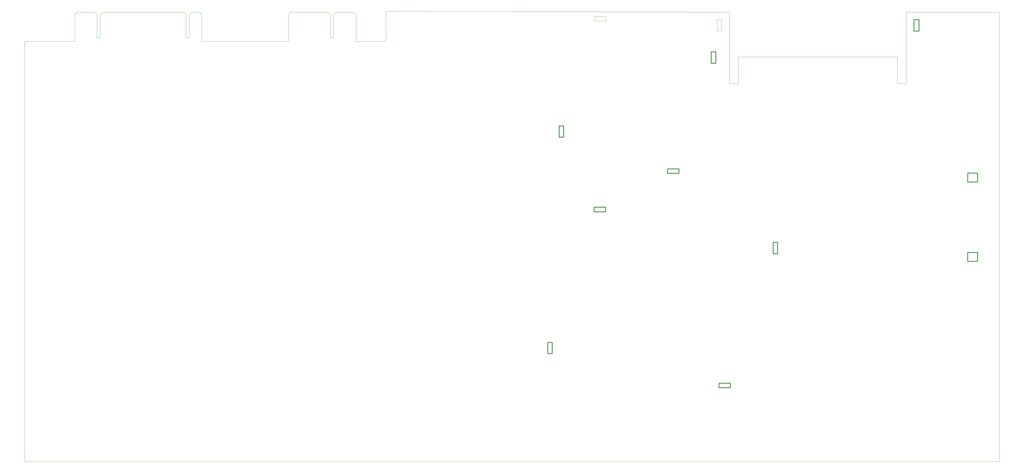
<source format=gbr>
G04 #@! TF.GenerationSoftware,KiCad,Pcbnew,5.1.5+dfsg1-2build2*
G04 #@! TF.CreationDate,2021-06-19T02:46:47+02:00*
G04 #@! TF.ProjectId,250407_,32353034-3037-45f2-9e6b-696361645f70,1.1*
G04 #@! TF.SameCoordinates,Original*
G04 #@! TF.FileFunction,Profile,NP*
%FSLAX46Y46*%
G04 Gerber Fmt 4.6, Leading zero omitted, Abs format (unit mm)*
G04 Created by KiCad (PCBNEW 5.1.5+dfsg1-2build2) date 2021-06-19 02:46:47*
%MOMM*%
%LPD*%
G04 APERTURE LIST*
%ADD10C,0.300000*%
%ADD11C,0.100000*%
G04 APERTURE END LIST*
D10*
X372419000Y-54937600D02*
X374378500Y-54937600D01*
X374378500Y-54937600D02*
X374378500Y-59532200D01*
X374378500Y-59532200D02*
X372419000Y-59532200D01*
X372419000Y-59532200D02*
X372419000Y-54937600D01*
D11*
X406622200Y-51911200D02*
X406622200Y-231744000D01*
X139065000Y-52959000D02*
X137922000Y-51911200D01*
X149225000Y-52959000D02*
X148209000Y-51911200D01*
X140208000Y-52959000D02*
X141224000Y-51911200D01*
X122078800Y-52959000D02*
X123063000Y-51911200D01*
X86614000Y-51911200D02*
X87503000Y-52832000D01*
X82550000Y-52832000D02*
X83439000Y-51911200D01*
X81153000Y-52832000D02*
X80264000Y-51911200D01*
X46863000Y-52832000D02*
X47879000Y-51911200D01*
X45593000Y-52832000D02*
X44704000Y-51911200D01*
X36703000Y-52832000D02*
X37719000Y-51911200D01*
D10*
X393901700Y-116368600D02*
X397842200Y-116368600D01*
X397842200Y-116368600D02*
X397842200Y-119863000D01*
X397842200Y-119863000D02*
X393901700Y-119863000D01*
X393901700Y-119863000D02*
X393901700Y-116368600D01*
X393901700Y-148118600D02*
X397842200Y-148118600D01*
X397842200Y-148118600D02*
X397842200Y-151613000D01*
X397842200Y-151613000D02*
X393901700Y-151613000D01*
X393901700Y-151613000D02*
X393901700Y-148118600D01*
D11*
X293640000Y-54837900D02*
X295440000Y-54837900D01*
X295440000Y-54837900D02*
X295440000Y-59352100D01*
X295440000Y-59352100D02*
X293640000Y-59352100D01*
X293640000Y-59352100D02*
X293640000Y-54837900D01*
D10*
X291297200Y-67837900D02*
X293097200Y-67837900D01*
X293097200Y-67837900D02*
X293097200Y-72352100D01*
X293097200Y-72352100D02*
X291297200Y-72352100D01*
X291297200Y-72352100D02*
X291297200Y-67837900D01*
X278382200Y-114615000D02*
X278382200Y-116415000D01*
X278382200Y-116415000D02*
X273867800Y-116415000D01*
X273867800Y-116415000D02*
X273867800Y-114615000D01*
X273867800Y-114615000D02*
X278382200Y-114615000D01*
D11*
X249172200Y-53655000D02*
X249172200Y-55455000D01*
X249172200Y-55455000D02*
X244657800Y-55455000D01*
X244657800Y-55455000D02*
X244657800Y-53655000D01*
X244657800Y-53655000D02*
X249172200Y-53655000D01*
D10*
X248999600Y-129990100D02*
X248999600Y-131790100D01*
X248999600Y-131790100D02*
X244485300Y-131790100D01*
X244485300Y-131790100D02*
X244485300Y-129990000D01*
X244485300Y-129990000D02*
X248999600Y-129990100D01*
X298936700Y-200369200D02*
X298936700Y-202169200D01*
X298936700Y-202169200D02*
X294422400Y-202169200D01*
X294422400Y-202169200D02*
X294422400Y-200369200D01*
X294422400Y-200369200D02*
X298936700Y-200369200D01*
X230468600Y-97409300D02*
X232268600Y-97409300D01*
X232268600Y-97409300D02*
X232268600Y-101923600D01*
X232268600Y-101923600D02*
X230468600Y-101923600D01*
X230468600Y-101923600D02*
X230468600Y-97409300D01*
X316062200Y-144037800D02*
X317862200Y-144037800D01*
X317862200Y-144037800D02*
X317862200Y-148552200D01*
X317862200Y-148552200D02*
X316062200Y-148552200D01*
X316062200Y-148552200D02*
X316062200Y-144037800D01*
X225892200Y-184042800D02*
X227692200Y-184042800D01*
X227692200Y-184042800D02*
X227692200Y-188557200D01*
X227692200Y-188557200D02*
X225892200Y-188557200D01*
X225892200Y-188557200D02*
X225892200Y-184042800D01*
D11*
X16592000Y-63658800D02*
X36703000Y-63658800D01*
X36703000Y-63658800D02*
X36703000Y-52832000D01*
X37719000Y-51911200D02*
X44704000Y-51911200D01*
X45593000Y-52832000D02*
X45593000Y-62103000D01*
X45593000Y-62103000D02*
X46863000Y-62103000D01*
X46863000Y-62103000D02*
X46863000Y-52832000D01*
X47879000Y-51911200D02*
X80264000Y-51911200D01*
X81153000Y-52832000D02*
X81153000Y-62103000D01*
X81153000Y-62103000D02*
X82550000Y-62103000D01*
X82550000Y-62103000D02*
X82550000Y-52832000D01*
X83439000Y-51911200D02*
X86614000Y-51911200D01*
X87503000Y-52832000D02*
X87503000Y-63658800D01*
X87503000Y-63658800D02*
X122078800Y-63658800D01*
X122078800Y-63658800D02*
X122078800Y-52959000D01*
X123063000Y-51911200D02*
X137922000Y-51911200D01*
X139065000Y-52959000D02*
X139065000Y-62103000D01*
X139065000Y-62103000D02*
X140208000Y-62103000D01*
X140208000Y-62103000D02*
X140208000Y-52959000D01*
X141224000Y-51911200D02*
X148209000Y-51911200D01*
X149225000Y-52959000D02*
X149225000Y-63658800D01*
X149225000Y-63658800D02*
X161131200Y-63658800D01*
X161131200Y-63658800D02*
X161131200Y-51593800D01*
X161131200Y-51593800D02*
X298608800Y-51911200D01*
X298608800Y-51911200D02*
X298608800Y-80486200D01*
X298608800Y-80486200D02*
X302101200Y-80486200D01*
X302101200Y-80486200D02*
X302101200Y-69850000D01*
X302101200Y-69850000D02*
X365760000Y-69850000D01*
X365760000Y-69850000D02*
X365760000Y-80486200D01*
X365760000Y-80486200D02*
X369252500Y-80486200D01*
X369252500Y-80486200D02*
X369252500Y-51911200D01*
X369252500Y-51911200D02*
X406622200Y-51911200D01*
X406622200Y-231744000D02*
X16592000Y-231744000D01*
X16592000Y-231744000D02*
X16592000Y-63658800D01*
M02*

</source>
